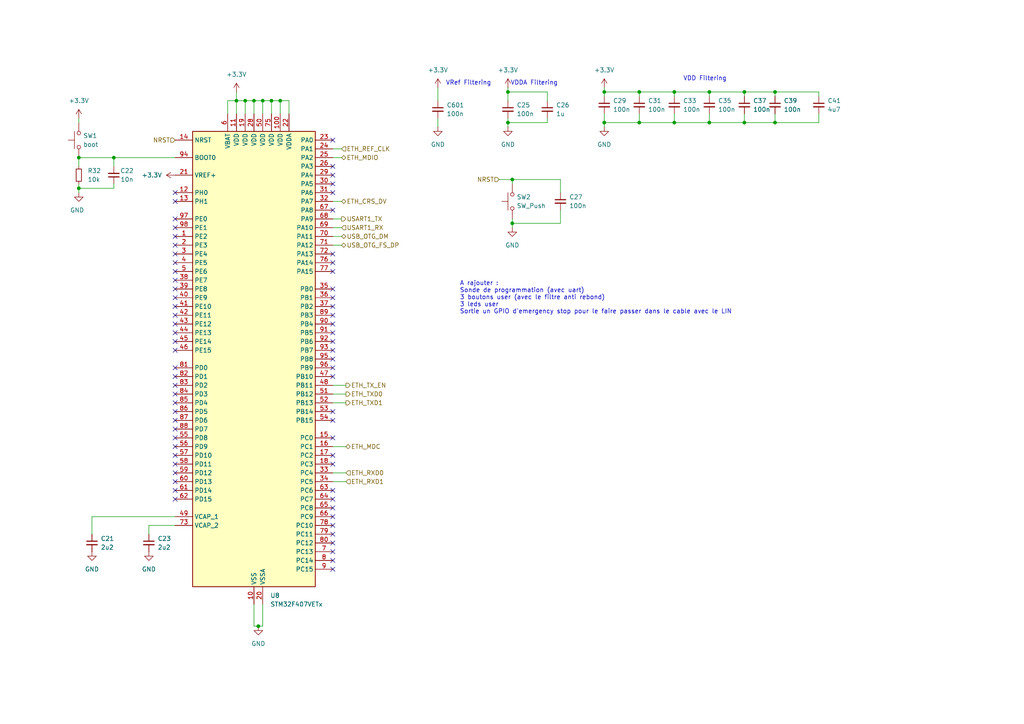
<source format=kicad_sch>
(kicad_sch (version 20231120) (generator "eeschema") (generator_version "8.0")
  (paper "A4")
  (lib_symbols
    (symbol "Device:C_Small" (pin_numbers hide) (pin_names (offset 0.254) hide)
      (property "Reference" "C" (at 0.254 1.778 0))
      (property "Value" "C_Small" (at 0.254 -2.032 0))
      (symbol "C_Small_0_1"
        (polyline (pts (xy -1.524 -0.508) (xy 1.524 -0.508)) (stroke (width 0.3302)))
        (polyline (pts (xy -1.524 0.508) (xy 1.524 0.508)) (stroke (width 0.3048)))
      )
      (symbol "C_Small_1_1"
        (pin passive line (at 0 2.54 270) (length 2.032) (name "~") (number "1"))
        (pin passive line (at 0 -2.54 90) (length 2.032) (name "~") (number "2"))
      )
    )
    (symbol "Device:R_Small" (pin_numbers hide) (pin_names (offset 0.254) hide)
      (property "Reference" "R" (at 0.762 0.508 0))
      (property "Value" "R_Small" (at 0.762 -1.016 0))
      (symbol "R_Small_0_1"
        (rectangle (start -0.762 1.778) (end 0.762 -1.778) (stroke (width 0.2032)))
      )
      (symbol "R_Small_1_1"
        (pin passive line (at 0 2.54 270) (length 0.762) (name "~") (number "1"))
        (pin passive line (at 0 -2.54 90) (length 0.762) (name "~") (number "2"))
      )
    )
    (symbol "MCU_ST_STM32F4:STM32F407VETx"
      (property "Reference" "U" (at -17.78 67.31 0))
      (property "Value" "STM32F407VETx" (at 12.7 67.31 0))
      (symbol "STM32F407VETx_0_1"
        (rectangle (start -17.78 -66.04) (end 17.78 66.04) (stroke (width 0.254)) (fill (type background)))
      )
      (symbol "STM32F407VETx_1_1"
        (pin bidirectional line (at -22.86 35.56 0) (length 5.08) (name "PE2") (number "1"))
        (pin power_in line (at 0 -71.12 90) (length 5.08) (name "VSS") (number "10"))
        (pin power_in line (at 7.62 71.12 270) (length 5.08) (name "VDD") (number "100"))
        (pin power_in line (at -5.08 71.12 270) (length 5.08) (name "VDD") (number "11"))
        (pin bidirectional line (at -22.86 48.26 0) (length 5.08) (name "PH0") (number "12"))
        (pin bidirectional line (at -22.86 45.72 0) (length 5.08) (name "PH1") (number "13"))
        (pin input line (at -22.86 63.5 0) (length 5.08) (name "NRST") (number "14"))
        (pin bidirectional line (at 22.86 -22.86 180) (length 5.08) (name "PC0") (number "15"))
        (pin bidirectional line (at 22.86 -25.4 180) (length 5.08) (name "PC1") (number "16"))
        (pin bidirectional line (at 22.86 -27.94 180) (length 5.08) (name "PC2") (number "17"))
        (pin bidirectional line (at 22.86 -30.48 180) (length 5.08) (name "PC3") (number "18"))
        (pin power_in line (at -2.54 71.12 270) (length 5.08) (name "VDD") (number "19"))
        (pin bidirectional line (at -22.86 33.02 0) (length 5.08) (name "PE3") (number "2"))
        (pin power_in line (at 2.54 -71.12 90) (length 5.08) (name "VSSA") (number "20"))
        (pin input line (at -22.86 53.34 0) (length 5.08) (name "VREF+") (number "21"))
        (pin power_in line (at 10.16 71.12 270) (length 5.08) (name "VDDA") (number "22"))
        (pin bidirectional line (at 22.86 63.5 180) (length 5.08) (name "PA0") (number "23"))
        (pin bidirectional line (at 22.86 60.96 180) (length 5.08) (name "PA1") (number "24"))
        (pin bidirectional line (at 22.86 58.42 180) (length 5.08) (name "PA2") (number "25"))
        (pin bidirectional line (at 22.86 55.88 180) (length 5.08) (name "PA3") (number "26"))
        (pin passive line (at 0 -71.12 90) (length 5.08) hide (name "VSS") (number "27"))
        (pin power_in line (at 0 71.12 270) (length 5.08) (name "VDD") (number "28"))
        (pin bidirectional line (at 22.86 53.34 180) (length 5.08) (name "PA4") (number "29"))
        (pin bidirectional line (at -22.86 30.48 0) (length 5.08) (name "PE4") (number "3"))
        (pin bidirectional line (at 22.86 50.8 180) (length 5.08) (name "PA5") (number "30"))
        (pin bidirectional line (at 22.86 48.26 180) (length 5.08) (name "PA6") (number "31"))
        (pin bidirectional line (at 22.86 45.72 180) (length 5.08) (name "PA7") (number "32"))
        (pin bidirectional line (at 22.86 -33.02 180) (length 5.08) (name "PC4") (number "33"))
        (pin bidirectional line (at 22.86 -35.56 180) (length 5.08) (name "PC5") (number "34"))
        (pin bidirectional line (at 22.86 20.32 180) (length 5.08) (name "PB0") (number "35"))
        (pin bidirectional line (at 22.86 17.78 180) (length 5.08) (name "PB1") (number "36"))
        (pin bidirectional line (at 22.86 15.24 180) (length 5.08) (name "PB2") (number "37"))
        (pin bidirectional line (at -22.86 22.86 0) (length 5.08) (name "PE7") (number "38"))
        (pin bidirectional line (at -22.86 20.32 0) (length 5.08) (name "PE8") (number "39"))
        (pin bidirectional line (at -22.86 27.94 0) (length 5.08) (name "PE5") (number "4"))
        (pin bidirectional line (at -22.86 17.78 0) (length 5.08) (name "PE9") (number "40"))
        (pin bidirectional line (at -22.86 15.24 0) (length 5.08) (name "PE10") (number "41"))
        (pin bidirectional line (at -22.86 12.7 0) (length 5.08) (name "PE11") (number "42"))
        (pin bidirectional line (at -22.86 10.16 0) (length 5.08) (name "PE12") (number "43"))
        (pin bidirectional line (at -22.86 7.62 0) (length 5.08) (name "PE13") (number "44"))
        (pin bidirectional line (at -22.86 5.08 0) (length 5.08) (name "PE14") (number "45"))
        (pin bidirectional line (at -22.86 2.54 0) (length 5.08) (name "PE15") (number "46"))
        (pin bidirectional line (at 22.86 -5.08 180) (length 5.08) (name "PB10") (number "47"))
        (pin bidirectional line (at 22.86 -7.62 180) (length 5.08) (name "PB11") (number "48"))
        (pin power_out line (at -22.86 -45.72 0) (length 5.08) (name "VCAP_1") (number "49"))
        (pin bidirectional line (at -22.86 25.4 0) (length 5.08) (name "PE6") (number "5"))
        (pin power_in line (at 2.54 71.12 270) (length 5.08) (name "VDD") (number "50"))
        (pin bidirectional line (at 22.86 -10.16 180) (length 5.08) (name "PB12") (number "51"))
        (pin bidirectional line (at 22.86 -12.7 180) (length 5.08) (name "PB13") (number "52"))
        (pin bidirectional line (at 22.86 -15.24 180) (length 5.08) (name "PB14") (number "53"))
        (pin bidirectional line (at 22.86 -17.78 180) (length 5.08) (name "PB15") (number "54"))
        (pin bidirectional line (at -22.86 -22.86 0) (length 5.08) (name "PD8") (number "55"))
        (pin bidirectional line (at -22.86 -25.4 0) (length 5.08) (name "PD9") (number "56"))
        (pin bidirectional line (at -22.86 -27.94 0) (length 5.08) (name "PD10") (number "57"))
        (pin bidirectional line (at -22.86 -30.48 0) (length 5.08) (name "PD11") (number "58"))
        (pin bidirectional line (at -22.86 -33.02 0) (length 5.08) (name "PD12") (number "59"))
        (pin power_in line (at -7.62 71.12 270) (length 5.08) (name "VBAT") (number "6"))
        (pin bidirectional line (at -22.86 -35.56 0) (length 5.08) (name "PD13") (number "60"))
        (pin bidirectional line (at -22.86 -38.1 0) (length 5.08) (name "PD14") (number "61"))
        (pin bidirectional line (at -22.86 -40.64 0) (length 5.08) (name "PD15") (number "62"))
        (pin bidirectional line (at 22.86 -38.1 180) (length 5.08) (name "PC6") (number "63"))
        (pin bidirectional line (at 22.86 -40.64 180) (length 5.08) (name "PC7") (number "64"))
        (pin bidirectional line (at 22.86 -43.18 180) (length 5.08) (name "PC8") (number "65"))
        (pin bidirectional line (at 22.86 -45.72 180) (length 5.08) (name "PC9") (number "66"))
        (pin bidirectional line (at 22.86 43.18 180) (length 5.08) (name "PA8") (number "67"))
        (pin bidirectional line (at 22.86 40.64 180) (length 5.08) (name "PA9") (number "68"))
        (pin bidirectional line (at 22.86 38.1 180) (length 5.08) (name "PA10") (number "69"))
        (pin bidirectional line (at 22.86 -55.88 180) (length 5.08) (name "PC13") (number "7"))
        (pin bidirectional line (at 22.86 35.56 180) (length 5.08) (name "PA11") (number "70"))
        (pin bidirectional line (at 22.86 33.02 180) (length 5.08) (name "PA12") (number "71"))
        (pin bidirectional line (at 22.86 30.48 180) (length 5.08) (name "PA13") (number "72"))
        (pin power_out line (at -22.86 -48.26 0) (length 5.08) (name "VCAP_2") (number "73"))
        (pin passive line (at 0 -71.12 90) (length 5.08) hide (name "VSS") (number "74"))
        (pin power_in line (at 5.08 71.12 270) (length 5.08) (name "VDD") (number "75"))
        (pin bidirectional line (at 22.86 27.94 180) (length 5.08) (name "PA14") (number "76"))
        (pin bidirectional line (at 22.86 25.4 180) (length 5.08) (name "PA15") (number "77"))
        (pin bidirectional line (at 22.86 -48.26 180) (length 5.08) (name "PC10") (number "78"))
        (pin bidirectional line (at 22.86 -50.8 180) (length 5.08) (name "PC11") (number "79"))
        (pin bidirectional line (at 22.86 -58.42 180) (length 5.08) (name "PC14") (number "8"))
        (pin bidirectional line (at 22.86 -53.34 180) (length 5.08) (name "PC12") (number "80"))
        (pin bidirectional line (at -22.86 -2.54 0) (length 5.08) (name "PD0") (number "81"))
        (pin bidirectional line (at -22.86 -5.08 0) (length 5.08) (name "PD1") (number "82"))
        (pin bidirectional line (at -22.86 -7.62 0) (length 5.08) (name "PD2") (number "83"))
        (pin bidirectional line (at -22.86 -10.16 0) (length 5.08) (name "PD3") (number "84"))
        (pin bidirectional line (at -22.86 -12.7 0) (length 5.08) (name "PD4") (number "85"))
        (pin bidirectional line (at -22.86 -15.24 0) (length 5.08) (name "PD5") (number "86"))
        (pin bidirectional line (at -22.86 -17.78 0) (length 5.08) (name "PD6") (number "87"))
        (pin bidirectional line (at -22.86 -20.32 0) (length 5.08) (name "PD7") (number "88"))
        (pin bidirectional line (at 22.86 12.7 180) (length 5.08) (name "PB3") (number "89"))
        (pin bidirectional line (at 22.86 -60.96 180) (length 5.08) (name "PC15") (number "9"))
        (pin bidirectional line (at 22.86 10.16 180) (length 5.08) (name "PB4") (number "90"))
        (pin bidirectional line (at 22.86 7.62 180) (length 5.08) (name "PB5") (number "91"))
        (pin bidirectional line (at 22.86 5.08 180) (length 5.08) (name "PB6") (number "92"))
        (pin bidirectional line (at 22.86 2.54 180) (length 5.08) (name "PB7") (number "93"))
        (pin input line (at -22.86 58.42 0) (length 5.08) (name "BOOT0") (number "94"))
        (pin bidirectional line (at 22.86 0 180) (length 5.08) (name "PB8") (number "95"))
        (pin bidirectional line (at 22.86 -2.54 180) (length 5.08) (name "PB9") (number "96"))
        (pin bidirectional line (at -22.86 40.64 0) (length 5.08) (name "PE0") (number "97"))
        (pin bidirectional line (at -22.86 38.1 0) (length 5.08) (name "PE1") (number "98"))
        (pin passive line (at 0 -71.12 90) (length 5.08) hide (name "VSS") (number "99"))
      )
    )
    (symbol "Switch:SW_Push" (pin_numbers hide) (pin_names (offset 1.016) hide)
      (property "Reference" "SW" (at 1.27 2.54 0))
      (property "Value" "SW_Push" (at 0 -1.524 0))
      (symbol "SW_Push_0_1"
        (circle (center -2.032 0) (radius 0.508))
        (polyline (pts (xy 0 1.27) (xy 0 3.048)))
        (polyline (pts (xy 2.54 1.27) (xy -2.54 1.27)))
        (circle (center 2.032 0) (radius 0.508))
        (pin passive line (at -5.08 0 0) (length 2.54) (name "1") (number "1"))
        (pin passive line (at 5.08 0 180) (length 2.54) (name "2") (number "2"))
      )
    )
    (symbol "power:+3.3V" (power) (pin_numbers hide) (pin_names (offset 0) hide)
      (property "Value" "+3.3V" (at 0 3.556 0))
      (symbol "+3.3V_0_1"
        (polyline (pts (xy -0.762 1.27) (xy 0 2.54)))
        (polyline (pts (xy 0 0) (xy 0 2.54)))
        (polyline (pts (xy 0 2.54) (xy 0.762 1.27)))
      )
      (symbol "+3.3V_1_1"
        (pin power_in line (at 0 0 90) (length 0) (name "~") (number "1"))
      )
    )
    (symbol "power:GND" (power) (pin_numbers hide) (pin_names (offset 0) hide)
      (property "Value" "GND" (at 0 -3.81 0))
      (symbol "GND_0_1"
        (polyline (pts (xy 0 0) (xy 0 -1.27) (xy 1.27 -1.27) (xy 0 -2.54) (xy -1.27 -1.27) (xy 0 -1.27)))
      )
      (symbol "GND_1_1"
        (pin power_in line (at 0 0 270) (length 0) (name "~") (number "1"))
      )
    )
  )
  (junction (at 71.12 29.21))
  (junction (at 148.59 52.07))
  (junction (at 185.42 35.56))
  (junction (at 78.74 29.21))
  (junction (at 205.74 26.67))
  (junction (at 74.93 181.61))
  (junction (at 73.66 29.21))
  (junction (at 175.26 26.67))
  (junction (at 185.42 26.67))
  (junction (at 148.59 64.77))
  (junction (at 215.9 35.56))
  (junction (at 215.9 26.67))
  (junction (at 224.79 26.67))
  (junction (at 22.86 45.72))
  (junction (at 224.79 35.56))
  (junction (at 195.58 35.56))
  (junction (at 76.2 29.21))
  (junction (at 68.58 29.21))
  (junction (at 33.02 45.72))
  (junction (at 205.74 35.56))
  (junction (at 195.58 26.67))
  (junction (at 175.26 35.56))
  (junction (at 147.32 26.67))
  (junction (at 22.86 54.61))
  (junction (at 81.28 29.21))
  (junction (at 147.32 35.56))
  (no_connect (at 50.8 116.84))
  (no_connect (at 96.52 119.38))
  (no_connect (at 96.52 101.6))
  (no_connect (at 96.52 53.34))
  (no_connect (at 50.8 99.06))
  (no_connect (at 50.8 111.76))
  (no_connect (at 96.52 149.86))
  (no_connect (at 50.8 121.92))
  (no_connect (at 96.52 127))
  (no_connect (at 50.8 91.44))
  (no_connect (at 96.52 142.24))
  (no_connect (at 96.52 76.2))
  (no_connect (at 96.52 162.56))
  (no_connect (at 96.52 73.66))
  (no_connect (at 96.52 40.64))
  (no_connect (at 50.8 93.98))
  (no_connect (at 96.52 50.8))
  (no_connect (at 96.52 109.22))
  (no_connect (at 96.52 104.14))
  (no_connect (at 96.52 152.4))
  (no_connect (at 50.8 73.66))
  (no_connect (at 96.52 86.36))
  (no_connect (at 96.52 96.52))
  (no_connect (at 50.8 124.46))
  (no_connect (at 50.8 86.36))
  (no_connect (at 96.52 157.48))
  (no_connect (at 96.52 121.92))
  (no_connect (at 96.52 91.44))
  (no_connect (at 50.8 76.2))
  (no_connect (at 96.52 99.06))
  (no_connect (at 96.52 154.94))
  (no_connect (at 50.8 81.28))
  (no_connect (at 50.8 114.3))
  (no_connect (at 96.52 147.32))
  (no_connect (at 96.52 78.74))
  (no_connect (at 50.8 71.12))
  (no_connect (at 96.52 60.96))
  (no_connect (at 50.8 142.24))
  (no_connect (at 96.52 144.78))
  (no_connect (at 50.8 58.42))
  (no_connect (at 50.8 101.6))
  (no_connect (at 96.52 160.02))
  (no_connect (at 96.52 48.26))
  (no_connect (at 50.8 144.78))
  (no_connect (at 50.8 63.5))
  (no_connect (at 96.52 132.08))
  (no_connect (at 50.8 132.08))
  (no_connect (at 50.8 78.74))
  (no_connect (at 96.52 106.68))
  (no_connect (at 50.8 129.54))
  (no_connect (at 50.8 109.22))
  (no_connect (at 96.52 83.82))
  (no_connect (at 96.52 134.62))
  (no_connect (at 50.8 88.9))
  (no_connect (at 50.8 66.04))
  (no_connect (at 50.8 127))
  (no_connect (at 50.8 83.82))
  (no_connect (at 96.52 88.9))
  (no_connect (at 50.8 68.58))
  (no_connect (at 50.8 139.7))
  (no_connect (at 50.8 119.38))
  (no_connect (at 50.8 134.62))
  (no_connect (at 96.52 165.1))
  (no_connect (at 50.8 106.68))
  (no_connect (at 50.8 55.88))
  (no_connect (at 50.8 137.16))
  (no_connect (at 96.52 93.98))
  (no_connect (at 96.52 55.88))
  (no_connect (at 50.8 96.52))
  (wire (pts (xy 185.42 35.56) (xy 195.58 35.56)))
  (wire (pts (xy 147.32 26.67) (xy 158.75 26.67)))
  (wire (pts (xy 147.32 35.56) (xy 158.75 35.56)))
  (wire (pts (xy 33.02 45.72) (xy 33.02 48.26)))
  (wire (pts (xy 78.74 29.21) (xy 81.28 29.21)))
  (wire (pts (xy 99.06 63.5) (xy 96.52 63.5)))
  (wire (pts (xy 71.12 33.02) (xy 71.12 29.21)))
  (wire (pts (xy 68.58 29.21) (xy 68.58 33.02)))
  (wire (pts (xy 185.42 26.67) (xy 175.26 26.67)))
  (wire (pts (xy 162.56 60.96) (xy 162.56 64.77)))
  (wire (pts (xy 185.42 26.67) (xy 185.42 27.94)))
  (wire (pts (xy 205.74 35.56) (xy 215.9 35.56)))
  (wire (pts (xy 127 25.4) (xy 127 29.21)))
  (wire (pts (xy 175.26 26.67) (xy 175.26 27.94)))
  (wire (pts (xy 81.28 29.21) (xy 83.82 29.21)))
  (wire (pts (xy 205.74 35.56) (xy 205.74 33.02)))
  (wire (pts (xy 144.78 52.07) (xy 148.59 52.07)))
  (wire (pts (xy 148.59 52.07) (xy 148.59 53.34)))
  (wire (pts (xy 147.32 25.4) (xy 147.32 26.67)))
  (wire (pts (xy 66.04 29.21) (xy 68.58 29.21)))
  (wire (pts (xy 78.74 29.21) (xy 78.74 33.02)))
  (wire (pts (xy 99.06 71.12) (xy 96.52 71.12)))
  (wire (pts (xy 147.32 26.67) (xy 147.32 29.21)))
  (wire (pts (xy 215.9 26.67) (xy 205.74 26.67)))
  (wire (pts (xy 22.86 54.61) (xy 22.86 55.88)))
  (wire (pts (xy 127 34.29) (xy 127 36.83)))
  (wire (pts (xy 74.93 181.61) (xy 76.2 181.61)))
  (wire (pts (xy 76.2 29.21) (xy 76.2 33.02)))
  (wire (pts (xy 158.75 35.56) (xy 158.75 34.29)))
  (wire (pts (xy 83.82 29.21) (xy 83.82 33.02)))
  (wire (pts (xy 100.33 116.84) (xy 96.52 116.84)))
  (wire (pts (xy 22.86 53.34) (xy 22.86 54.61)))
  (wire (pts (xy 73.66 29.21) (xy 76.2 29.21)))
  (wire (pts (xy 33.02 54.61) (xy 33.02 53.34)))
  (wire (pts (xy 237.49 26.67) (xy 237.49 27.94)))
  (wire (pts (xy 237.49 35.56) (xy 224.79 35.56)))
  (wire (pts (xy 26.67 154.94) (xy 26.67 149.86)))
  (wire (pts (xy 68.58 26.67) (xy 68.58 29.21)))
  (wire (pts (xy 73.66 29.21) (xy 73.66 33.02)))
  (wire (pts (xy 224.79 26.67) (xy 237.49 26.67)))
  (wire (pts (xy 99.06 43.18) (xy 96.52 43.18)))
  (wire (pts (xy 224.79 35.56) (xy 224.79 33.02)))
  (wire (pts (xy 22.86 45.72) (xy 33.02 45.72)))
  (wire (pts (xy 195.58 26.67) (xy 185.42 26.67)))
  (wire (pts (xy 175.26 25.4) (xy 175.26 26.67)))
  (wire (pts (xy 148.59 63.5) (xy 148.59 64.77)))
  (wire (pts (xy 68.58 29.21) (xy 71.12 29.21)))
  (wire (pts (xy 158.75 26.67) (xy 158.75 29.21)))
  (wire (pts (xy 73.66 175.26) (xy 73.66 181.61)))
  (wire (pts (xy 175.26 35.56) (xy 185.42 35.56)))
  (wire (pts (xy 100.33 129.54) (xy 96.52 129.54)))
  (wire (pts (xy 22.86 48.26) (xy 22.86 45.72)))
  (wire (pts (xy 66.04 33.02) (xy 66.04 29.21)))
  (wire (pts (xy 99.06 66.04) (xy 96.52 66.04)))
  (wire (pts (xy 26.67 149.86) (xy 50.8 149.86)))
  (wire (pts (xy 224.79 26.67) (xy 215.9 26.67)))
  (wire (pts (xy 205.74 26.67) (xy 195.58 26.67)))
  (wire (pts (xy 99.06 45.72) (xy 96.52 45.72)))
  (wire (pts (xy 99.06 58.42) (xy 96.52 58.42)))
  (wire (pts (xy 215.9 26.67) (xy 215.9 27.94)))
  (wire (pts (xy 76.2 29.21) (xy 78.74 29.21)))
  (wire (pts (xy 99.06 68.58) (xy 96.52 68.58)))
  (wire (pts (xy 43.18 154.94) (xy 43.18 152.4)))
  (wire (pts (xy 22.86 34.29) (xy 22.86 35.56)))
  (wire (pts (xy 162.56 52.07) (xy 162.56 55.88)))
  (wire (pts (xy 33.02 54.61) (xy 22.86 54.61)))
  (wire (pts (xy 33.02 45.72) (xy 50.8 45.72)))
  (wire (pts (xy 147.32 35.56) (xy 147.32 36.83)))
  (wire (pts (xy 147.32 34.29) (xy 147.32 35.56)))
  (wire (pts (xy 195.58 35.56) (xy 205.74 35.56)))
  (wire (pts (xy 100.33 139.7) (xy 96.52 139.7)))
  (wire (pts (xy 100.33 111.76) (xy 96.52 111.76)))
  (wire (pts (xy 73.66 181.61) (xy 74.93 181.61)))
  (wire (pts (xy 237.49 33.02) (xy 237.49 35.56)))
  (wire (pts (xy 71.12 29.21) (xy 73.66 29.21)))
  (wire (pts (xy 195.58 35.56) (xy 195.58 33.02)))
  (wire (pts (xy 100.33 137.16) (xy 96.52 137.16)))
  (wire (pts (xy 195.58 26.67) (xy 195.58 27.94)))
  (wire (pts (xy 81.28 29.21) (xy 81.28 33.02)))
  (wire (pts (xy 215.9 35.56) (xy 224.79 35.56)))
  (wire (pts (xy 148.59 64.77) (xy 148.59 66.04)))
  (wire (pts (xy 175.26 36.83) (xy 175.26 35.56)))
  (wire (pts (xy 175.26 33.02) (xy 175.26 35.56)))
  (wire (pts (xy 224.79 26.67) (xy 224.79 27.94)))
  (wire (pts (xy 215.9 35.56) (xy 215.9 33.02)))
  (wire (pts (xy 76.2 181.61) (xy 76.2 175.26)))
  (wire (pts (xy 185.42 35.56) (xy 185.42 33.02)))
  (wire (pts (xy 148.59 64.77) (xy 162.56 64.77)))
  (wire (pts (xy 205.74 26.67) (xy 205.74 27.94)))
  (wire (pts (xy 100.33 114.3) (xy 96.52 114.3)))
  (wire (pts (xy 148.59 52.07) (xy 162.56 52.07)))
  (wire (pts (xy 43.18 152.4) (xy 50.8 152.4)))
  (text "VDDA Filtering" (at 154.94 24.13 0) (effects (font (size 1.27 1.27))))
  (text "A rajouter : \nSonde de programmation (avec uart)\n3 boutons user (avec le filtre anti rebond)\n3 leds user\nSortie un GPIO d'emergency stop pour le faire passer dans le cable avec le LIN\n" (at 133.35 86.36 0) (effects (font (size 1.27 1.27)) (justify left)))
  (text "VRef Filtering" (at 135.89 24.13 0) (effects (font (size 1.27 1.27))))
  (text "VDD Filtering" (at 204.47 22.86 0) (effects (font (size 1.27 1.27))))
  (hierarchical_label "ETH_TXD0" (shape output) (at 100.33 114.3 0))
  (hierarchical_label "ETH_RXD0" (shape input) (at 100.33 137.16 0))
  (hierarchical_label "ETH_MDIO" (shape bidirectional) (at 99.06 45.72 0))
  (hierarchical_label "NRST" (shape input) (at 144.78 52.07 180))
  (hierarchical_label "USB_OTG_DM" (shape bidirectional) (at 99.06 68.58 0))
  (hierarchical_label "ETH_REF_CLK" (shape input) (at 99.06 43.18 0))
  (hierarchical_label "ETH_TX_EN" (shape output) (at 100.33 111.76 0))
  (hierarchical_label "USART1_RX" (shape input) (at 99.06 66.04 0))
  (hierarchical_label "ETH_TXD1" (shape output) (at 100.33 116.84 0))
  (hierarchical_label "USB_OTG_FS_DP" (shape bidirectional) (at 99.06 71.12 0))
  (hierarchical_label "USART1_TX" (shape output) (at 99.06 63.5 0))
  (hierarchical_label "NRST" (shape input) (at 50.8 40.64 180))
  (hierarchical_label "ETH_CRS_DV" (shape bidirectional) (at 99.06 58.42 0))
  (hierarchical_label "ETH_RXD1" (shape input) (at 100.33 139.7 0))
  (hierarchical_label "ETH_MDC" (shape bidirectional) (at 100.33 129.54 0))
  (symbol (lib_id "power:GND") (at 127 36.83 0) (unit 1)
    (property "Reference" "#PWR0602" (effects (hide yes)))
    (property "Value" "GND" (at 127 41.91 0))
    (property "Description" "Power symbol creates a global label with name \"GND\" , ground" (effects (hide yes)))
  )
  (symbol (lib_id "Device:C_Small") (at 33.02 50.8 180) (unit 1)
    (property "Reference" "C22" (at 36.83 49.53 0))
    (property "Value" "10n" (at 36.83 52.07 0))
    (property "Footprint" "Capacitor_SMD:C_0402_1005Metric_Pad0.74x0.62mm_HandSolder" (effects (hide yes)))
    (property "Description" "Unpolarized capacitor, small symbol" (effects (hide yes)))
  )
  (symbol (lib_id "power:GND") (at 74.93 181.61 0) (unit 1)
    (property "Reference" "#PWR050" (effects (hide yes)))
    (property "Value" "GND" (at 74.93 186.69 0))
    (property "Description" "Power symbol creates a global label with name \"GND\" , ground" (effects (hide yes)))
  )
  (symbol (lib_id "Device:C_Small") (at 158.75 31.75 0) (unit 1)
    (property "Reference" "C26" (at 161.29 30.4862 0) (effects (justify left)))
    (property "Value" "1u" (at 161.29 33.0262 0) (effects (justify left)))
    (property "Description" "Unpolarized capacitor, small symbol" (effects (hide yes)))
  )
  (symbol (lib_id "Device:C_Small") (at 162.56 58.42 0) (unit 1)
    (property "Reference" "C27" (at 165.1 57.1562 0) (effects (justify left)))
    (property "Value" "100n" (at 165.1 59.6962 0) (effects (justify left)))
    (property "Footprint" "Capacitor_SMD:C_0402_1005Metric" (effects (hide yes)))
    (property "Description" "Unpolarized capacitor, small symbol" (effects (hide yes)))
  )
  (symbol (lib_id "power:GND") (at 148.59 66.04 0) (unit 1)
    (property "Reference" "#PWR051" (effects (hide yes)))
    (property "Value" "GND" (at 148.59 71.12 0))
    (property "Description" "Power symbol creates a global label with name \"GND\" , ground" (effects (hide yes)))
  )
  (symbol (lib_id "power:+3.3V") (at 175.26 25.4 0) (unit 1)
    (property "Reference" "#PWR056" (effects (hide yes)))
    (property "Value" "+3.3V" (at 175.26 20.32 0))
    (property "Description" "Power symbol creates a global label with name \"+3.3V\"" (effects (hide yes)))
  )
  (symbol (lib_id "Device:C_Small") (at 43.18 157.48 0) (unit 1)
    (property "Reference" "C23" (at 45.72 156.2162 0) (effects (justify left)))
    (property "Value" "2u2" (at 45.72 158.7562 0) (effects (justify left)))
    (property "Description" "Unpolarized capacitor, small symbol" (effects (hide yes)))
  )
  (symbol (lib_id "power:+3.3V") (at 127 25.4 0) (unit 1)
    (property "Reference" "#PWR0601" (effects (hide yes)))
    (property "Value" "+3.3V" (at 127 20.32 0))
    (property "Description" "Power symbol creates a global label with name \"+3.3V\"" (effects (hide yes)))
  )
  (symbol (lib_id "Device:C_Small") (at 185.42 30.48 0) (unit 1)
    (property "Reference" "C31" (at 187.96 29.2162 0) (effects (justify left)))
    (property "Value" "100n" (at 187.96 31.7562 0) (effects (justify left)))
    (property "Description" "Unpolarized capacitor, small symbol" (effects (hide yes)))
  )
  (symbol (lib_id "Device:C_Small") (at 195.58 30.48 0) (unit 1)
    (property "Reference" "C33" (at 198.12 29.2162 0) (effects (justify left)))
    (property "Value" "100n" (at 198.12 31.7562 0) (effects (justify left)))
    (property "Description" "Unpolarized capacitor, small symbol" (effects (hide yes)))
  )
  (symbol (lib_id "Switch:SW_Push") (at 22.86 40.64 90) (unit 1)
    (property "Reference" "SW1" (at 24.13 39.3699 90) (effects (justify right)))
    (property "Value" "boot" (at 24.13 41.9099 90) (effects (justify right)))
    (property "Footprint" "SW_KXT3:SW_KXT3" (effects (hide yes)))
    (property "Description" "Push button switch, generic, two pins" (effects (hide yes)))
  )
  (symbol (lib_id "power:+3.3V") (at 22.86 34.29 0) (unit 1)
    (property "Reference" "#PWR045" (effects (hide yes)))
    (property "Value" "+3.3V" (at 22.86 29.21 0))
    (property "Description" "Power symbol creates a global label with name \"+3.3V\"" (effects (hide yes)))
  )
  (symbol (lib_id "MCU_ST_STM32F4:STM32F407VETx") (at 73.66 104.14 0) (unit 1)
    (property "Reference" "U8" (at 78.3941 172.72 0) (effects (justify left)))
    (property "Value" "STM32F407VETx" (at 78.3941 175.26 0) (effects (justify left)))
    (property "Footprint" "Package_QFP:LQFP-100_14x14mm_P0.5mm" (effects (hide yes)))
    (property "Datasheet" "https://www.st.com/resource/en/datasheet/stm32f407ve.pdf" (effects (hide yes)))
    (property "Description" "STMicroelectronics Arm Cortex-M4 MCU, 512KB flash, 192KB RAM, 168 MHz, 1.8-3.6V, 82 GPIO, LQFP100" (effects (hide yes)))
  )
  (symbol (lib_id "power:+3.3V") (at 147.32 25.4 0) (unit 1)
    (property "Reference" "#PWR054" (effects (hide yes)))
    (property "Value" "+3.3V" (at 147.32 20.32 0))
    (property "Description" "Power symbol creates a global label with name \"+3.3V\"" (effects (hide yes)))
  )
  (symbol (lib_id "Device:C_Small") (at 215.9 30.48 0) (unit 1)
    (property "Reference" "C37" (at 218.44 29.2162 0) (effects (justify left)))
    (property "Value" "100n" (at 218.44 31.7562 0) (effects (justify left)))
    (property "Description" "Unpolarized capacitor, small symbol" (effects (hide yes)))
  )
  (symbol (lib_id "power:+3.3V") (at 68.58 26.67 0) (unit 1)
    (property "Reference" "#PWR049" (effects (hide yes)))
    (property "Value" "+3.3V" (at 68.58 21.59 0))
    (property "Description" "Power symbol creates a global label with name \"+3.3V\"" (effects (hide yes)))
  )
  (symbol (lib_id "power:GND") (at 147.32 36.83 0) (unit 1)
    (property "Reference" "#PWR055" (effects (hide yes)))
    (property "Value" "GND" (at 147.32 41.91 0))
    (property "Description" "Power symbol creates a global label with name \"GND\" , ground" (effects (hide yes)))
  )
  (symbol (lib_id "Device:C_Small") (at 175.26 30.48 0) (unit 1)
    (property "Reference" "C29" (at 177.8 29.2162 0) (effects (justify left)))
    (property "Value" "100n" (at 177.8 31.7562 0) (effects (justify left)))
    (property "Description" "Unpolarized capacitor, small symbol" (effects (hide yes)))
  )
  (symbol (lib_id "Device:C_Small") (at 237.49 30.48 0) (unit 1)
    (property "Reference" "C41" (at 240.03 29.2162 0) (effects (justify left)))
    (property "Value" "4u7" (at 240.03 31.7562 0) (effects (justify left)))
    (property "Description" "Unpolarized capacitor, small symbol" (effects (hide yes)))
    (property "Matériau" "Céramique" (effects (hide yes)))
  )
  (symbol (lib_id "power:GND") (at 22.86 55.88 0) (unit 1)
    (property "Reference" "#PWR044" (effects (hide yes)))
    (property "Value" "GND" (at 20.32 60.96 0) (effects (justify left)))
    (property "Description" "Power symbol creates a global label with name \"GND\" , ground" (effects (hide yes)))
  )
  (symbol (lib_id "Switch:SW_Push") (at 148.59 58.42 90) (unit 1)
    (property "Reference" "SW2" (at 149.86 57.1499 90) (effects (justify right)))
    (property "Value" "SW_Push" (at 149.86 59.6899 90) (effects (justify right)))
    (property "Footprint" "Button_Switch_SMD:SW_Push_1P1T_NO_6x6mm_H9.5mm" (effects (hide yes)))
    (property "Description" "Push button switch, generic, two pins" (effects (hide yes)))
  )
  (symbol (lib_id "Device:C_Small") (at 127 31.75 0) (unit 1)
    (property "Reference" "C601" (at 129.54 30.4862 0) (effects (justify left)))
    (property "Value" "100n" (at 129.54 33.0262 0) (effects (justify left)))
    (property "Description" "Unpolarized capacitor, small symbol" (effects (hide yes)))
  )
  (symbol (lib_id "power:GND") (at 26.67 160.02 0) (unit 1)
    (property "Reference" "#PWR046" (effects (hide yes)))
    (property "Value" "GND" (at 26.67 165.1 0))
    (property "Description" "Power symbol creates a global label with name \"GND\" , ground" (effects (hide yes)))
  )
  (symbol (lib_id "Device:C_Small") (at 224.79 30.48 0) (unit 1)
    (property "Reference" "C39" (at 227.33 29.2162 0) (effects (justify left)))
    (property "Value" "100n" (at 227.33 31.7562 0) (effects (justify left)))
    (property "Description" "Unpolarized capacitor, small symbol" (effects (hide yes)))
  )
  (symbol (lib_id "Device:R_Small") (at 22.86 50.8 0) (unit 1)
    (property "Reference" "R32" (at 25.4 49.5299 0) (effects (justify left)))
    (property "Value" "10k" (at 25.4 52.0699 0) (effects (justify left)))
    (property "Footprint" "Resistor_SMD:R_0402_1005Metric_Pad0.72x0.64mm_HandSolder" (effects (hide yes)))
    (property "Description" "Resistor, small symbol" (effects (hide yes)))
  )
  (symbol (lib_id "Device:C_Small") (at 147.32 31.75 0) (unit 1)
    (property "Reference" "C25" (at 149.86 30.4862 0) (effects (justify left)))
    (property "Value" "100n" (at 149.86 33.0262 0) (effects (justify left)))
    (property "Description" "Unpolarized capacitor, small symbol" (effects (hide yes)))
  )
  (symbol (lib_id "power:GND") (at 175.26 36.83 0) (unit 1)
    (property "Reference" "#PWR057" (effects (hide yes)))
    (property "Value" "GND" (at 175.26 41.91 0))
    (property "Description" "Power symbol creates a global label with name \"GND\" , ground" (effects (hide yes)))
  )
  (symbol (lib_id "Device:C_Small") (at 205.74 30.48 0) (unit 1)
    (property "Reference" "C35" (at 208.28 29.2162 0) (effects (justify left)))
    (property "Value" "100n" (at 208.28 31.7562 0) (effects (justify left)))
    (property "Description" "Unpolarized capacitor, small symbol" (effects (hide yes)))
  )
  (symbol (lib_id "Device:C_Small") (at 26.67 157.48 0) (unit 1)
    (property "Reference" "C21" (at 29.21 156.2162 0) (effects (justify left)))
    (property "Value" "2u2" (at 29.21 158.7562 0) (effects (justify left)))
    (property "Description" "Unpolarized capacitor, small symbol" (effects (hide yes)))
  )
  (symbol (lib_id "power:GND") (at 43.18 160.02 0) (unit 1)
    (property "Reference" "#PWR047" (effects (hide yes)))
    (property "Value" "GND" (at 43.18 165.1 0))
    (property "Description" "Power symbol creates a global label with name \"GND\" , ground" (effects (hide yes)))
  )
  (symbol (lib_id "power:+3.3V") (at 50.8 50.8 90) (unit 1)
    (property "Reference" "#PWR048" (effects (hide yes)))
    (property "Value" "+3.3V" (at 46.99 50.7999 90) (effects (justify left)))
    (property "Description" "Power symbol creates a global label with name \"+3.3V\"" (effects (hide yes)))
  )
)
</source>
